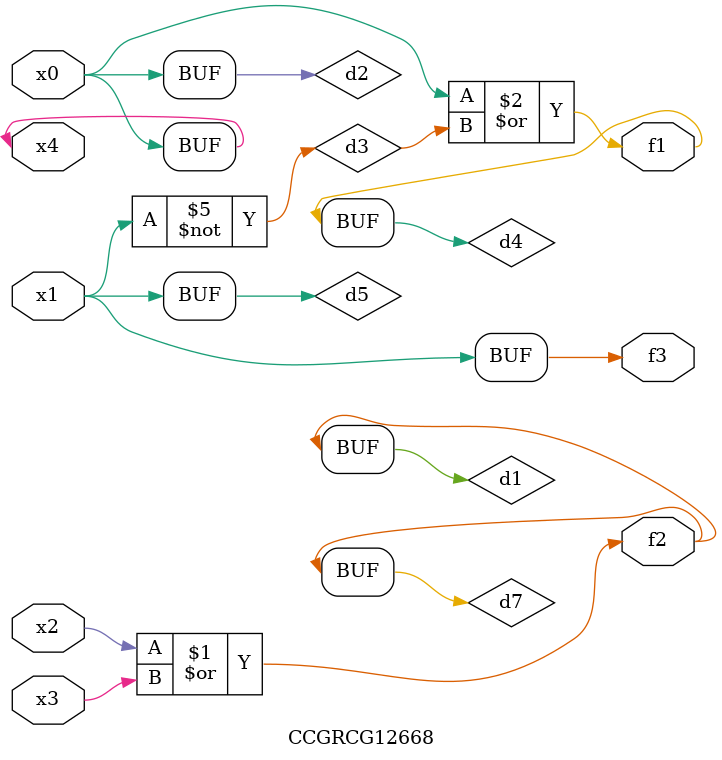
<source format=v>
module CCGRCG12668(
	input x0, x1, x2, x3, x4,
	output f1, f2, f3
);

	wire d1, d2, d3, d4, d5, d6, d7;

	or (d1, x2, x3);
	buf (d2, x0, x4);
	not (d3, x1);
	or (d4, d2, d3);
	not (d5, d3);
	nand (d6, d1, d3);
	or (d7, d1);
	assign f1 = d4;
	assign f2 = d7;
	assign f3 = d5;
endmodule

</source>
